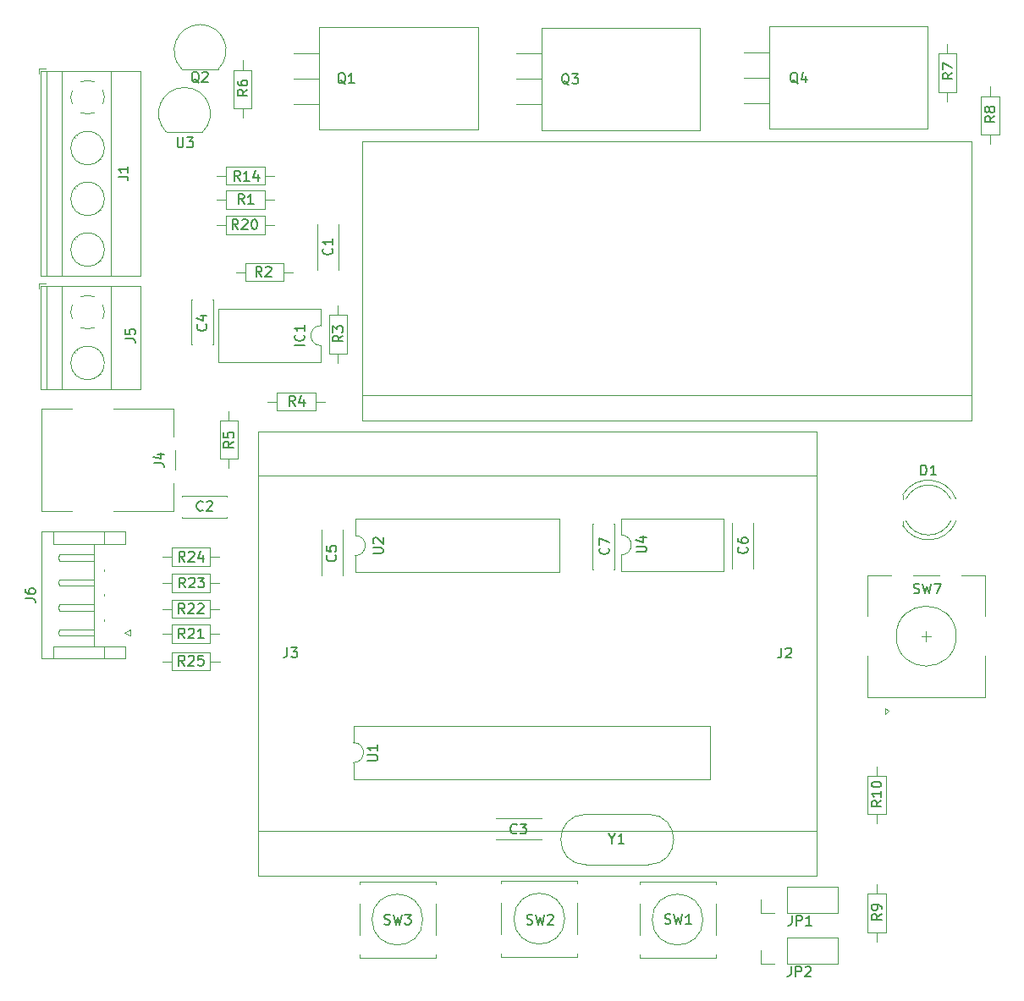
<source format=gbr>
G04 #@! TF.GenerationSoftware,KiCad,Pcbnew,(5.1.4-0-10_14)*
G04 #@! TF.CreationDate,2020-03-01T11:47:34+01:00*
G04 #@! TF.ProjectId,circuit,63697263-7569-4742-9e6b-696361645f70,rev?*
G04 #@! TF.SameCoordinates,Original*
G04 #@! TF.FileFunction,Legend,Top*
G04 #@! TF.FilePolarity,Positive*
%FSLAX46Y46*%
G04 Gerber Fmt 4.6, Leading zero omitted, Abs format (unit mm)*
G04 Created by KiCad (PCBNEW (5.1.4-0-10_14)) date 2020-03-01 11:47:34*
%MOMM*%
%LPD*%
G04 APERTURE LIST*
%ADD10C,0.120000*%
%ADD11C,0.150000*%
G04 APERTURE END LIST*
D10*
X108057000Y-71882500D02*
X108057000Y-72347500D01*
X108057000Y-69257500D02*
X108057000Y-69722500D01*
X112871479Y-71882929D02*
G75*
G02X108362316Y-71882500I-2254479J1080429D01*
G01*
X112871479Y-69722071D02*
G75*
G03X108362316Y-69722500I-2254479J-1080429D01*
G01*
X113404815Y-71883327D02*
G75*
G02X108057000Y-72347330I-2787815J1080827D01*
G01*
X113404815Y-69721673D02*
G75*
G03X108057000Y-69257670I-2787815J-1080827D01*
G01*
X114935000Y-61849000D02*
X53975000Y-61849000D01*
X114935000Y-59309000D02*
X114935000Y-61849000D01*
X53975000Y-59309000D02*
X114935000Y-59309000D01*
X53975000Y-61849000D02*
X53975000Y-59309000D01*
X43581900Y-107385400D02*
X43581900Y-62935400D01*
X99461900Y-107385400D02*
X43581900Y-107385400D01*
X99461900Y-62935400D02*
X99461900Y-107385400D01*
X43581900Y-62935400D02*
X99461900Y-62935400D01*
X44501000Y-59944000D02*
X45451000Y-59944000D01*
X50241000Y-59944000D02*
X49291000Y-59944000D01*
X45451000Y-60864000D02*
X49291000Y-60864000D01*
X45451000Y-59024000D02*
X45451000Y-60864000D01*
X49291000Y-59024000D02*
X45451000Y-59024000D01*
X49291000Y-60864000D02*
X49291000Y-59024000D01*
X113400000Y-83416000D02*
G75*
G03X113400000Y-83416000I-3000000J0D01*
G01*
X104500000Y-81416000D02*
X104500000Y-77316000D01*
X116300000Y-77316000D02*
X116300000Y-81416000D01*
X116300000Y-85416000D02*
X116300000Y-89516000D01*
X104500000Y-85416000D02*
X104500000Y-89516000D01*
X104500000Y-89516000D02*
X116300000Y-89516000D01*
X106600000Y-90916000D02*
X106300000Y-91216000D01*
X106300000Y-91216000D02*
X106300000Y-90616000D01*
X106300000Y-90616000D02*
X106600000Y-90916000D01*
X104500000Y-77316000D02*
X106900000Y-77316000D01*
X109100000Y-77316000D02*
X111700000Y-77316000D01*
X113900000Y-77316000D02*
X116300000Y-77316000D01*
X109900000Y-83416000D02*
X110900000Y-83416000D01*
X110400000Y-83916000D02*
X110400000Y-82916000D01*
X94668300Y-30083000D02*
X92128300Y-30083000D01*
X94668300Y-27543000D02*
X92128300Y-27543000D01*
X94668300Y-25003000D02*
X92128300Y-25003000D01*
X110558300Y-32663000D02*
X94668300Y-32663000D01*
X110558300Y-22423000D02*
X94668300Y-22423000D01*
X110558300Y-22423000D02*
X110558300Y-32663000D01*
X94668300Y-22423000D02*
X94668300Y-32663000D01*
X53104700Y-92419700D02*
X53104700Y-94069700D01*
X88784700Y-92419700D02*
X53104700Y-92419700D01*
X88784700Y-97719700D02*
X88784700Y-92419700D01*
X53104700Y-97719700D02*
X88784700Y-97719700D01*
X53104700Y-96069700D02*
X53104700Y-97719700D01*
X53104700Y-94069700D02*
G75*
G02X53104700Y-96069700I0J-1000000D01*
G01*
X43561000Y-67373500D02*
X99441000Y-67373500D01*
X99441000Y-67373500D02*
X99441000Y-102933500D01*
X99441000Y-102933500D02*
X43561000Y-102933500D01*
X43561000Y-102933500D02*
X43561000Y-67373500D01*
X79886500Y-71645000D02*
X79886500Y-73295000D01*
X90166500Y-71645000D02*
X79886500Y-71645000D01*
X90166500Y-76945000D02*
X90166500Y-71645000D01*
X79886500Y-76945000D02*
X90166500Y-76945000D01*
X79886500Y-75295000D02*
X79886500Y-76945000D01*
X79886500Y-73295000D02*
G75*
G02X79886500Y-75295000I0J-1000000D01*
G01*
X53975000Y-59309000D02*
X53975000Y-33909000D01*
X114935000Y-59309000D02*
X53975000Y-59309000D01*
X114935000Y-33909000D02*
X114935000Y-59309000D01*
X53975000Y-33909000D02*
X114935000Y-33909000D01*
X77050000Y-76715500D02*
X77035000Y-76715500D01*
X79175000Y-76715500D02*
X79160000Y-76715500D01*
X77050000Y-72175500D02*
X77035000Y-72175500D01*
X79175000Y-72175500D02*
X79160000Y-72175500D01*
X77035000Y-72175500D02*
X77035000Y-76715500D01*
X79175000Y-72175500D02*
X79175000Y-76715500D01*
X93066500Y-72128500D02*
X93081500Y-72128500D01*
X90941500Y-72128500D02*
X90956500Y-72128500D01*
X93066500Y-76668500D02*
X93081500Y-76668500D01*
X90941500Y-76668500D02*
X90956500Y-76668500D01*
X93081500Y-76668500D02*
X93081500Y-72128500D01*
X90941500Y-76668500D02*
X90941500Y-72128500D01*
X30802000Y-82758000D02*
X30202000Y-83058000D01*
X30802000Y-83358000D02*
X30802000Y-82758000D01*
X30202000Y-83058000D02*
X30802000Y-83358000D01*
X27112000Y-75238000D02*
X27112000Y-75558000D01*
X23692000Y-75238000D02*
X27112000Y-75238000D01*
X23612000Y-75558000D02*
X23692000Y-75238000D01*
X23692000Y-75878000D02*
X23612000Y-75558000D01*
X27112000Y-75878000D02*
X23692000Y-75878000D01*
X27112000Y-75558000D02*
X27112000Y-75878000D01*
X28112000Y-76888000D02*
X28112000Y-76728000D01*
X27112000Y-77738000D02*
X27112000Y-78058000D01*
X23692000Y-77738000D02*
X27112000Y-77738000D01*
X23612000Y-78058000D02*
X23692000Y-77738000D01*
X23692000Y-78378000D02*
X23612000Y-78058000D01*
X27112000Y-78378000D02*
X23692000Y-78378000D01*
X27112000Y-78058000D02*
X27112000Y-78378000D01*
X28112000Y-79388000D02*
X28112000Y-79228000D01*
X27112000Y-80238000D02*
X27112000Y-80558000D01*
X23692000Y-80238000D02*
X27112000Y-80238000D01*
X23612000Y-80558000D02*
X23692000Y-80238000D01*
X23692000Y-80878000D02*
X23612000Y-80558000D01*
X27112000Y-80878000D02*
X23692000Y-80878000D01*
X27112000Y-80558000D02*
X27112000Y-80878000D01*
X28112000Y-81888000D02*
X28112000Y-81728000D01*
X27112000Y-82738000D02*
X27112000Y-83058000D01*
X23692000Y-82738000D02*
X27112000Y-82738000D01*
X23612000Y-83058000D02*
X23692000Y-82738000D01*
X23692000Y-83378000D02*
X23612000Y-83058000D01*
X27112000Y-83378000D02*
X23692000Y-83378000D01*
X27112000Y-83058000D02*
X27112000Y-83378000D01*
X27112000Y-84448000D02*
X27112000Y-74168000D01*
X28112000Y-74168000D02*
X28112000Y-72948000D01*
X23112000Y-74168000D02*
X28112000Y-74168000D01*
X23112000Y-72948000D02*
X23112000Y-74168000D01*
X28112000Y-84448000D02*
X28112000Y-85668000D01*
X23112000Y-84448000D02*
X28112000Y-84448000D01*
X23112000Y-85668000D02*
X23112000Y-84448000D01*
X30312000Y-74168000D02*
X28112000Y-74168000D01*
X30312000Y-72948000D02*
X30312000Y-74168000D01*
X21892000Y-72948000D02*
X30312000Y-72948000D01*
X21892000Y-85668000D02*
X21892000Y-72948000D01*
X30312000Y-85668000D02*
X21892000Y-85668000D01*
X30312000Y-84448000D02*
X30312000Y-85668000D01*
X28112000Y-84448000D02*
X30312000Y-84448000D01*
X76365200Y-101244000D02*
G75*
G03X76365200Y-106294000I0J-2525000D01*
G01*
X82615200Y-101244000D02*
G75*
G02X82615200Y-106294000I0J-2525000D01*
G01*
X82615200Y-101244000D02*
X76365200Y-101244000D01*
X82615200Y-106294000D02*
X76365200Y-106294000D01*
X33960000Y-75501500D02*
X34910000Y-75501500D01*
X39700000Y-75501500D02*
X38750000Y-75501500D01*
X34910000Y-76421500D02*
X38750000Y-76421500D01*
X34910000Y-74581500D02*
X34910000Y-76421500D01*
X38750000Y-74581500D02*
X34910000Y-74581500D01*
X38750000Y-76421500D02*
X38750000Y-74581500D01*
X49654400Y-30154100D02*
X47114400Y-30154100D01*
X49654400Y-27614100D02*
X47114400Y-27614100D01*
X49654400Y-25074100D02*
X47114400Y-25074100D01*
X65544400Y-32734100D02*
X49654400Y-32734100D01*
X65544400Y-22494100D02*
X49654400Y-22494100D01*
X65544400Y-22494100D02*
X65544400Y-32734100D01*
X49654400Y-22494100D02*
X49654400Y-32734100D01*
X71894600Y-30210000D02*
X69354600Y-30210000D01*
X71894600Y-27670000D02*
X69354600Y-27670000D01*
X71894600Y-25130000D02*
X69354600Y-25130000D01*
X87784600Y-32790000D02*
X71894600Y-32790000D01*
X87784600Y-22550000D02*
X71894600Y-22550000D01*
X87784600Y-22550000D02*
X87784600Y-32790000D01*
X71894600Y-22550000D02*
X71894600Y-32790000D01*
X21600000Y-48160000D02*
X21600000Y-48660000D01*
X22340000Y-48160000D02*
X21600000Y-48160000D01*
X25477000Y-54853000D02*
X25431000Y-54806000D01*
X27775000Y-57150000D02*
X27739000Y-57115000D01*
X25261000Y-55046000D02*
X25226000Y-55011000D01*
X27569000Y-57355000D02*
X27523000Y-57308000D01*
X31761000Y-58680000D02*
X21840000Y-58680000D01*
X31761000Y-48400000D02*
X21840000Y-48400000D01*
X21840000Y-48400000D02*
X21840000Y-58680000D01*
X31761000Y-48400000D02*
X31761000Y-58680000D01*
X28801000Y-48400000D02*
X28801000Y-58680000D01*
X23900000Y-48400000D02*
X23900000Y-58680000D01*
X22400000Y-48400000D02*
X22400000Y-58680000D01*
X28180000Y-56080000D02*
G75*
G03X28180000Y-56080000I-1680000J0D01*
G01*
X24819747Y-51028805D02*
G75*
G02X24965000Y-50316000I1680253J28805D01*
G01*
X25816958Y-49464574D02*
G75*
G02X27184000Y-49465000I683042J-1535426D01*
G01*
X28035426Y-50316958D02*
G75*
G02X28035000Y-51684000I-1535426J-683042D01*
G01*
X27183042Y-52535426D02*
G75*
G02X25816000Y-52535000I-683042J1535426D01*
G01*
X24965244Y-51683318D02*
G75*
G02X24820000Y-51000000I1534756J683318D01*
G01*
X21600000Y-26660000D02*
X21600000Y-27160000D01*
X22340000Y-26660000D02*
X21600000Y-26660000D01*
X25477000Y-43513000D02*
X25431000Y-43466000D01*
X27775000Y-45810000D02*
X27739000Y-45775000D01*
X25261000Y-43706000D02*
X25226000Y-43671000D01*
X27569000Y-46015000D02*
X27523000Y-45968000D01*
X25477000Y-38433000D02*
X25431000Y-38386000D01*
X27775000Y-40730000D02*
X27739000Y-40695000D01*
X25261000Y-38626000D02*
X25226000Y-38591000D01*
X27569000Y-40935000D02*
X27523000Y-40888000D01*
X25477000Y-33353000D02*
X25431000Y-33306000D01*
X27775000Y-35650000D02*
X27739000Y-35615000D01*
X25261000Y-33546000D02*
X25226000Y-33511000D01*
X27569000Y-35855000D02*
X27523000Y-35808000D01*
X31761000Y-47340000D02*
X21840000Y-47340000D01*
X31761000Y-26900000D02*
X21840000Y-26900000D01*
X21840000Y-26900000D02*
X21840000Y-47340000D01*
X31761000Y-26900000D02*
X31761000Y-47340000D01*
X28801000Y-26900000D02*
X28801000Y-47340000D01*
X23900000Y-26900000D02*
X23900000Y-47340000D01*
X22400000Y-26900000D02*
X22400000Y-47340000D01*
X28180000Y-44740000D02*
G75*
G03X28180000Y-44740000I-1680000J0D01*
G01*
X28180000Y-39660000D02*
G75*
G03X28180000Y-39660000I-1680000J0D01*
G01*
X28180000Y-34580000D02*
G75*
G03X28180000Y-34580000I-1680000J0D01*
G01*
X24819747Y-29528805D02*
G75*
G02X24965000Y-28816000I1680253J28805D01*
G01*
X25816958Y-27964574D02*
G75*
G02X27184000Y-27965000I683042J-1535426D01*
G01*
X28035426Y-28816958D02*
G75*
G02X28035000Y-30184000I-1535426J-683042D01*
G01*
X27183042Y-31035426D02*
G75*
G02X25816000Y-31035000I-683042J1535426D01*
G01*
X24965244Y-30183318D02*
G75*
G02X24820000Y-29500000I1534756J683318D01*
G01*
X105474000Y-113995000D02*
X105474000Y-113045000D01*
X105474000Y-108255000D02*
X105474000Y-109205000D01*
X106394000Y-113045000D02*
X106394000Y-109205000D01*
X104554000Y-113045000D02*
X106394000Y-113045000D01*
X104554000Y-109205000D02*
X104554000Y-113045000D01*
X106394000Y-109205000D02*
X104554000Y-109205000D01*
X93856500Y-116202000D02*
X93856500Y-114872000D01*
X95186500Y-116202000D02*
X93856500Y-116202000D01*
X96456500Y-116202000D02*
X96456500Y-113542000D01*
X96456500Y-113542000D02*
X101596500Y-113542000D01*
X96456500Y-116202000D02*
X101596500Y-116202000D01*
X101596500Y-116202000D02*
X101596500Y-113542000D01*
X93856500Y-111122000D02*
X93856500Y-109792000D01*
X95186500Y-111122000D02*
X93856500Y-111122000D01*
X96456500Y-111122000D02*
X96456500Y-108462000D01*
X96456500Y-108462000D02*
X101596500Y-108462000D01*
X96456500Y-111122000D02*
X101596500Y-111122000D01*
X101596500Y-111122000D02*
X101596500Y-108462000D01*
X49935500Y-77350500D02*
X49920500Y-77350500D01*
X52060500Y-77350500D02*
X52045500Y-77350500D01*
X49935500Y-72810500D02*
X49920500Y-72810500D01*
X52060500Y-72810500D02*
X52045500Y-72810500D01*
X49920500Y-72810500D02*
X49920500Y-77350500D01*
X52060500Y-72810500D02*
X52060500Y-77350500D01*
X39028000Y-49713000D02*
X39043000Y-49713000D01*
X36903000Y-49713000D02*
X36918000Y-49713000D01*
X39028000Y-54253000D02*
X39043000Y-54253000D01*
X36903000Y-54253000D02*
X36918000Y-54253000D01*
X39043000Y-54253000D02*
X39043000Y-49713000D01*
X36903000Y-54253000D02*
X36903000Y-49713000D01*
X71904700Y-103745000D02*
X71904700Y-103760000D01*
X71904700Y-101620000D02*
X71904700Y-101635000D01*
X67364700Y-103745000D02*
X67364700Y-103760000D01*
X67364700Y-101620000D02*
X67364700Y-101635000D01*
X67364700Y-103760000D02*
X71904700Y-103760000D01*
X67364700Y-101620000D02*
X71904700Y-101620000D01*
X39598678Y-26658578D02*
G75*
G03X37760200Y-22220100I-1838478J1838478D01*
G01*
X35921722Y-26658578D02*
G75*
G02X37760200Y-22220100I1838478J1838478D01*
G01*
X35960200Y-26670100D02*
X39560200Y-26670100D01*
X38033478Y-32953478D02*
G75*
G03X36195000Y-28515000I-1838478J1838478D01*
G01*
X34356522Y-32953478D02*
G75*
G02X36195000Y-28515000I1838478J1838478D01*
G01*
X34395000Y-32965000D02*
X37995000Y-32965000D01*
X60033400Y-111774000D02*
G75*
G03X60033400Y-111774000I-2540000J0D01*
G01*
X53683400Y-115284000D02*
X53683400Y-115584000D01*
X61303400Y-115284000D02*
X61303400Y-115584000D01*
X53683400Y-110204000D02*
X53683400Y-113344000D01*
X61303400Y-110204000D02*
X61303400Y-113344000D01*
X53683400Y-107964000D02*
X53683400Y-108264000D01*
X61303400Y-115584000D02*
X53683400Y-115584000D01*
X61303400Y-107964000D02*
X61303400Y-108264000D01*
X53683400Y-107964000D02*
X61303400Y-107964000D01*
X74232000Y-111685000D02*
G75*
G03X74232000Y-111685000I-2540000J0D01*
G01*
X67882000Y-115195000D02*
X67882000Y-115495000D01*
X75502000Y-115195000D02*
X75502000Y-115495000D01*
X67882000Y-110115000D02*
X67882000Y-113255000D01*
X75502000Y-110115000D02*
X75502000Y-113255000D01*
X67882000Y-107875000D02*
X67882000Y-108175000D01*
X75502000Y-115495000D02*
X67882000Y-115495000D01*
X75502000Y-107875000D02*
X75502000Y-108175000D01*
X67882000Y-107875000D02*
X75502000Y-107875000D01*
X88062300Y-111774000D02*
G75*
G03X88062300Y-111774000I-2540000J0D01*
G01*
X81712300Y-115284000D02*
X81712300Y-115584000D01*
X89332300Y-115284000D02*
X89332300Y-115584000D01*
X81712300Y-110204000D02*
X81712300Y-113344000D01*
X89332300Y-110204000D02*
X89332300Y-113344000D01*
X81712300Y-107964000D02*
X81712300Y-108264000D01*
X89332300Y-115584000D02*
X81712300Y-115584000D01*
X89332300Y-107964000D02*
X89332300Y-108264000D01*
X81712300Y-107964000D02*
X89332300Y-107964000D01*
X33986000Y-85937600D02*
X34936000Y-85937600D01*
X39726000Y-85937600D02*
X38776000Y-85937600D01*
X34936000Y-86857600D02*
X38776000Y-86857600D01*
X34936000Y-85017600D02*
X34936000Y-86857600D01*
X38776000Y-85017600D02*
X34936000Y-85017600D01*
X38776000Y-86857600D02*
X38776000Y-85017600D01*
X33960600Y-78109300D02*
X34910600Y-78109300D01*
X39700600Y-78109300D02*
X38750600Y-78109300D01*
X34910600Y-79029300D02*
X38750600Y-79029300D01*
X34910600Y-77189300D02*
X34910600Y-79029300D01*
X38750600Y-77189300D02*
X34910600Y-77189300D01*
X38750600Y-79029300D02*
X38750600Y-77189300D01*
X33960600Y-80695000D02*
X34910600Y-80695000D01*
X39700600Y-80695000D02*
X38750600Y-80695000D01*
X34910600Y-81615000D02*
X38750600Y-81615000D01*
X34910600Y-79775000D02*
X34910600Y-81615000D01*
X38750600Y-79775000D02*
X34910600Y-79775000D01*
X38750600Y-81615000D02*
X38750600Y-79775000D01*
X33960600Y-83174100D02*
X34910600Y-83174100D01*
X39700600Y-83174100D02*
X38750600Y-83174100D01*
X34910600Y-84094100D02*
X38750600Y-84094100D01*
X34910600Y-82254100D02*
X34910600Y-84094100D01*
X38750600Y-82254100D02*
X34910600Y-82254100D01*
X38750600Y-84094100D02*
X38750600Y-82254100D01*
X45161000Y-42291000D02*
X44211000Y-42291000D01*
X39421000Y-42291000D02*
X40371000Y-42291000D01*
X44211000Y-41371000D02*
X40371000Y-41371000D01*
X44211000Y-43211000D02*
X44211000Y-41371000D01*
X40371000Y-43211000D02*
X44211000Y-43211000D01*
X40371000Y-41371000D02*
X40371000Y-43211000D01*
X39421000Y-37338000D02*
X40371000Y-37338000D01*
X45161000Y-37338000D02*
X44211000Y-37338000D01*
X40371000Y-38258000D02*
X44211000Y-38258000D01*
X40371000Y-36418000D02*
X40371000Y-38258000D01*
X44211000Y-36418000D02*
X40371000Y-36418000D01*
X44211000Y-38258000D02*
X44211000Y-36418000D01*
X41326000Y-46990000D02*
X42276000Y-46990000D01*
X47066000Y-46990000D02*
X46116000Y-46990000D01*
X42276000Y-47910000D02*
X46116000Y-47910000D01*
X42276000Y-46070000D02*
X42276000Y-47910000D01*
X46116000Y-46070000D02*
X42276000Y-46070000D01*
X46116000Y-47910000D02*
X46116000Y-46070000D01*
X39421000Y-39751000D02*
X40371000Y-39751000D01*
X45161000Y-39751000D02*
X44211000Y-39751000D01*
X40371000Y-40671000D02*
X44211000Y-40671000D01*
X40371000Y-38831000D02*
X40371000Y-40671000D01*
X44211000Y-38831000D02*
X40371000Y-38831000D01*
X44211000Y-40671000D02*
X44211000Y-38831000D01*
X35300000Y-64786000D02*
X35300000Y-66786000D01*
X21890000Y-60676000D02*
X24950000Y-60676000D01*
X21890000Y-70896000D02*
X21890000Y-60676000D01*
X24950000Y-70896000D02*
X21890000Y-70896000D01*
X35110000Y-70896000D02*
X29050000Y-70896000D01*
X35110000Y-68086000D02*
X35110000Y-70896000D01*
X35110000Y-60676000D02*
X35110000Y-63486000D01*
X29050000Y-60676000D02*
X35110000Y-60676000D01*
X49844000Y-55990000D02*
X49844000Y-54340000D01*
X39564000Y-55990000D02*
X49844000Y-55990000D01*
X39564000Y-50690000D02*
X39564000Y-55990000D01*
X49844000Y-50690000D02*
X39564000Y-50690000D01*
X49844000Y-52340000D02*
X49844000Y-50690000D01*
X49844000Y-54340000D02*
G75*
G02X49844000Y-52340000I0J1000000D01*
G01*
X40457000Y-71540000D02*
X40457000Y-71555000D01*
X40457000Y-69415000D02*
X40457000Y-69430000D01*
X35917000Y-71540000D02*
X35917000Y-71555000D01*
X35917000Y-69415000D02*
X35917000Y-69430000D01*
X35917000Y-71555000D02*
X40457000Y-71555000D01*
X35917000Y-69415000D02*
X40457000Y-69415000D01*
X51601000Y-42220000D02*
X51616000Y-42220000D01*
X49476000Y-42220000D02*
X49491000Y-42220000D01*
X51601000Y-46760000D02*
X51616000Y-46760000D01*
X49476000Y-46760000D02*
X49491000Y-46760000D01*
X51616000Y-46760000D02*
X51616000Y-42220000D01*
X49476000Y-46760000D02*
X49476000Y-42220000D01*
X53280000Y-71708500D02*
X53280000Y-73358500D01*
X73720000Y-71708500D02*
X53280000Y-71708500D01*
X73720000Y-77008500D02*
X73720000Y-71708500D01*
X53280000Y-77008500D02*
X73720000Y-77008500D01*
X53280000Y-75358500D02*
X53280000Y-77008500D01*
X53280000Y-73358500D02*
G75*
G02X53280000Y-75358500I0J-1000000D01*
G01*
X105474000Y-102184000D02*
X105474000Y-101234000D01*
X105474000Y-96444000D02*
X105474000Y-97394000D01*
X106394000Y-101234000D02*
X106394000Y-97394000D01*
X104554000Y-101234000D02*
X106394000Y-101234000D01*
X104554000Y-97394000D02*
X104554000Y-101234000D01*
X106394000Y-97394000D02*
X104554000Y-97394000D01*
X116776000Y-28435500D02*
X116776000Y-29385500D01*
X116776000Y-34175500D02*
X116776000Y-33225500D01*
X115856000Y-29385500D02*
X115856000Y-33225500D01*
X117696000Y-29385500D02*
X115856000Y-29385500D01*
X117696000Y-33225500D02*
X117696000Y-29385500D01*
X115856000Y-33225500D02*
X117696000Y-33225500D01*
X112522000Y-29921000D02*
X112522000Y-28971000D01*
X112522000Y-24181000D02*
X112522000Y-25131000D01*
X113442000Y-28971000D02*
X113442000Y-25131000D01*
X111602000Y-28971000D02*
X113442000Y-28971000D01*
X111602000Y-25131000D02*
X111602000Y-28971000D01*
X113442000Y-25131000D02*
X111602000Y-25131000D01*
X42007100Y-25810900D02*
X42007100Y-26760900D01*
X42007100Y-31550900D02*
X42007100Y-30600900D01*
X41087100Y-26760900D02*
X41087100Y-30600900D01*
X42927100Y-26760900D02*
X41087100Y-26760900D01*
X42927100Y-30600900D02*
X42927100Y-26760900D01*
X41087100Y-30600900D02*
X42927100Y-30600900D01*
X40640000Y-60884000D02*
X40640000Y-61834000D01*
X40640000Y-66624000D02*
X40640000Y-65674000D01*
X39720000Y-61834000D02*
X39720000Y-65674000D01*
X41560000Y-61834000D02*
X39720000Y-61834000D01*
X41560000Y-65674000D02*
X41560000Y-61834000D01*
X39720000Y-65674000D02*
X41560000Y-65674000D01*
X51562000Y-56083000D02*
X51562000Y-55133000D01*
X51562000Y-50343000D02*
X51562000Y-51293000D01*
X52482000Y-55133000D02*
X52482000Y-51293000D01*
X50642000Y-55133000D02*
X52482000Y-55133000D01*
X50642000Y-51293000D02*
X50642000Y-55133000D01*
X52482000Y-51293000D02*
X50642000Y-51293000D01*
D11*
X109878904Y-67294880D02*
X109878904Y-66294880D01*
X110117000Y-66294880D01*
X110259857Y-66342500D01*
X110355095Y-66437738D01*
X110402714Y-66532976D01*
X110450333Y-66723452D01*
X110450333Y-66866309D01*
X110402714Y-67056785D01*
X110355095Y-67152023D01*
X110259857Y-67247261D01*
X110117000Y-67294880D01*
X109878904Y-67294880D01*
X111402714Y-67294880D02*
X110831285Y-67294880D01*
X111117000Y-67294880D02*
X111117000Y-66294880D01*
X111021761Y-66437738D01*
X110926523Y-66532976D01*
X110831285Y-66580595D01*
X95917426Y-84590640D02*
X95917426Y-85304926D01*
X95869807Y-85447783D01*
X95774569Y-85543021D01*
X95631712Y-85590640D01*
X95536474Y-85590640D01*
X96345998Y-84685879D02*
X96393617Y-84638260D01*
X96488855Y-84590640D01*
X96726950Y-84590640D01*
X96822188Y-84638260D01*
X96869807Y-84685879D01*
X96917426Y-84781117D01*
X96917426Y-84876355D01*
X96869807Y-85019212D01*
X96298379Y-85590640D01*
X96917426Y-85590640D01*
X47265293Y-60365900D02*
X46931960Y-59889710D01*
X46693864Y-60365900D02*
X46693864Y-59365900D01*
X47074817Y-59365900D01*
X47170055Y-59413520D01*
X47217674Y-59461139D01*
X47265293Y-59556377D01*
X47265293Y-59699234D01*
X47217674Y-59794472D01*
X47170055Y-59842091D01*
X47074817Y-59889710D01*
X46693864Y-59889710D01*
X48122436Y-59699234D02*
X48122436Y-60365900D01*
X47884340Y-59318281D02*
X47646245Y-60032567D01*
X48265293Y-60032567D01*
X109151586Y-79099041D02*
X109294443Y-79146660D01*
X109532539Y-79146660D01*
X109627777Y-79099041D01*
X109675396Y-79051422D01*
X109723015Y-78956184D01*
X109723015Y-78860946D01*
X109675396Y-78765708D01*
X109627777Y-78718089D01*
X109532539Y-78670470D01*
X109342062Y-78622851D01*
X109246824Y-78575232D01*
X109199205Y-78527613D01*
X109151586Y-78432375D01*
X109151586Y-78337137D01*
X109199205Y-78241899D01*
X109246824Y-78194280D01*
X109342062Y-78146660D01*
X109580158Y-78146660D01*
X109723015Y-78194280D01*
X110056348Y-78146660D02*
X110294443Y-79146660D01*
X110484920Y-78432375D01*
X110675396Y-79146660D01*
X110913491Y-78146660D01*
X111199205Y-78146660D02*
X111865872Y-78146660D01*
X111437300Y-79146660D01*
X97552521Y-28114239D02*
X97457283Y-28066620D01*
X97362045Y-27971381D01*
X97219188Y-27828524D01*
X97123950Y-27780905D01*
X97028712Y-27780905D01*
X97076331Y-28019000D02*
X96981093Y-27971381D01*
X96885855Y-27876143D01*
X96838236Y-27685667D01*
X96838236Y-27352334D01*
X96885855Y-27161858D01*
X96981093Y-27066620D01*
X97076331Y-27019000D01*
X97266807Y-27019000D01*
X97362045Y-27066620D01*
X97457283Y-27161858D01*
X97504902Y-27352334D01*
X97504902Y-27685667D01*
X97457283Y-27876143D01*
X97362045Y-27971381D01*
X97266807Y-28019000D01*
X97076331Y-28019000D01*
X98362045Y-27352334D02*
X98362045Y-28019000D01*
X98123950Y-26971381D02*
X97885855Y-27685667D01*
X98504902Y-27685667D01*
X54517040Y-95879824D02*
X55326564Y-95879824D01*
X55421802Y-95832205D01*
X55469421Y-95784586D01*
X55517040Y-95689348D01*
X55517040Y-95498872D01*
X55469421Y-95403634D01*
X55421802Y-95356015D01*
X55326564Y-95308396D01*
X54517040Y-95308396D01*
X55517040Y-94308396D02*
X55517040Y-94879824D01*
X55517040Y-94594110D02*
X54517040Y-94594110D01*
X54659898Y-94689348D01*
X54755136Y-94784586D01*
X54802755Y-94879824D01*
X46481406Y-84539840D02*
X46481406Y-85254126D01*
X46433787Y-85396983D01*
X46338549Y-85492221D01*
X46195692Y-85539840D01*
X46100454Y-85539840D01*
X46862359Y-84539840D02*
X47481406Y-84539840D01*
X47148073Y-84920793D01*
X47290930Y-84920793D01*
X47386168Y-84968412D01*
X47433787Y-85016031D01*
X47481406Y-85111269D01*
X47481406Y-85349364D01*
X47433787Y-85444602D01*
X47386168Y-85492221D01*
X47290930Y-85539840D01*
X47005216Y-85539840D01*
X46909978Y-85492221D01*
X46862359Y-85444602D01*
X81402940Y-75011184D02*
X82212464Y-75011184D01*
X82307702Y-74963565D01*
X82355321Y-74915946D01*
X82402940Y-74820708D01*
X82402940Y-74630232D01*
X82355321Y-74534994D01*
X82307702Y-74487375D01*
X82212464Y-74439756D01*
X81402940Y-74439756D01*
X81736274Y-73534994D02*
X82402940Y-73534994D01*
X81355321Y-73773089D02*
X82069607Y-74011184D01*
X82069607Y-73392137D01*
X78601842Y-74608986D02*
X78649461Y-74656605D01*
X78697080Y-74799462D01*
X78697080Y-74894700D01*
X78649461Y-75037558D01*
X78554223Y-75132796D01*
X78458985Y-75180415D01*
X78268509Y-75228034D01*
X78125652Y-75228034D01*
X77935176Y-75180415D01*
X77839938Y-75132796D01*
X77744700Y-75037558D01*
X77697080Y-74894700D01*
X77697080Y-74799462D01*
X77744700Y-74656605D01*
X77792319Y-74608986D01*
X77697080Y-74275653D02*
X77697080Y-73608986D01*
X78697080Y-74037558D01*
X92447382Y-74507386D02*
X92495001Y-74555005D01*
X92542620Y-74697862D01*
X92542620Y-74793100D01*
X92495001Y-74935958D01*
X92399763Y-75031196D01*
X92304525Y-75078815D01*
X92114049Y-75126434D01*
X91971192Y-75126434D01*
X91780716Y-75078815D01*
X91685478Y-75031196D01*
X91590240Y-74935958D01*
X91542620Y-74793100D01*
X91542620Y-74697862D01*
X91590240Y-74555005D01*
X91637859Y-74507386D01*
X91542620Y-73650243D02*
X91542620Y-73840720D01*
X91590240Y-73935958D01*
X91637859Y-73983577D01*
X91780716Y-74078815D01*
X91971192Y-74126434D01*
X92352144Y-74126434D01*
X92447382Y-74078815D01*
X92495001Y-74031196D01*
X92542620Y-73935958D01*
X92542620Y-73745481D01*
X92495001Y-73650243D01*
X92447382Y-73602624D01*
X92352144Y-73555005D01*
X92114049Y-73555005D01*
X92018811Y-73602624D01*
X91971192Y-73650243D01*
X91923573Y-73745481D01*
X91923573Y-73935958D01*
X91971192Y-74031196D01*
X92018811Y-74078815D01*
X92114049Y-74126434D01*
X20254380Y-79641333D02*
X20968666Y-79641333D01*
X21111523Y-79688952D01*
X21206761Y-79784190D01*
X21254380Y-79927047D01*
X21254380Y-80022285D01*
X20254380Y-78736571D02*
X20254380Y-78927047D01*
X20302000Y-79022285D01*
X20349619Y-79069904D01*
X20492476Y-79165142D01*
X20682952Y-79212761D01*
X21063904Y-79212761D01*
X21159142Y-79165142D01*
X21206761Y-79117523D01*
X21254380Y-79022285D01*
X21254380Y-78831809D01*
X21206761Y-78736571D01*
X21159142Y-78688952D01*
X21063904Y-78641333D01*
X20825809Y-78641333D01*
X20730571Y-78688952D01*
X20682952Y-78736571D01*
X20635333Y-78831809D01*
X20635333Y-79022285D01*
X20682952Y-79117523D01*
X20730571Y-79165142D01*
X20825809Y-79212761D01*
X78969929Y-103679310D02*
X78969929Y-104155500D01*
X78636596Y-103155500D02*
X78969929Y-103679310D01*
X79303262Y-103155500D01*
X80160405Y-104155500D02*
X79588977Y-104155500D01*
X79874691Y-104155500D02*
X79874691Y-103155500D01*
X79779453Y-103298358D01*
X79684215Y-103393596D01*
X79588977Y-103441215D01*
X36225242Y-75956420D02*
X35891909Y-75480230D01*
X35653814Y-75956420D02*
X35653814Y-74956420D01*
X36034766Y-74956420D01*
X36130004Y-75004040D01*
X36177623Y-75051659D01*
X36225242Y-75146897D01*
X36225242Y-75289754D01*
X36177623Y-75384992D01*
X36130004Y-75432611D01*
X36034766Y-75480230D01*
X35653814Y-75480230D01*
X36606195Y-75051659D02*
X36653814Y-75004040D01*
X36749052Y-74956420D01*
X36987147Y-74956420D01*
X37082385Y-75004040D01*
X37130004Y-75051659D01*
X37177623Y-75146897D01*
X37177623Y-75242135D01*
X37130004Y-75384992D01*
X36558576Y-75956420D01*
X37177623Y-75956420D01*
X38034766Y-75289754D02*
X38034766Y-75956420D01*
X37796671Y-74908801D02*
X37558576Y-75623087D01*
X38177623Y-75623087D01*
X52289721Y-28180279D02*
X52194483Y-28132660D01*
X52099245Y-28037421D01*
X51956388Y-27894564D01*
X51861150Y-27846945D01*
X51765912Y-27846945D01*
X51813531Y-28085040D02*
X51718293Y-28037421D01*
X51623055Y-27942183D01*
X51575436Y-27751707D01*
X51575436Y-27418374D01*
X51623055Y-27227898D01*
X51718293Y-27132660D01*
X51813531Y-27085040D01*
X52004007Y-27085040D01*
X52099245Y-27132660D01*
X52194483Y-27227898D01*
X52242102Y-27418374D01*
X52242102Y-27751707D01*
X52194483Y-27942183D01*
X52099245Y-28037421D01*
X52004007Y-28085040D01*
X51813531Y-28085040D01*
X53194483Y-28085040D02*
X52623055Y-28085040D01*
X52908769Y-28085040D02*
X52908769Y-27085040D01*
X52813531Y-27227898D01*
X52718293Y-27323136D01*
X52623055Y-27370755D01*
X74677281Y-28246319D02*
X74582043Y-28198700D01*
X74486805Y-28103461D01*
X74343948Y-27960604D01*
X74248710Y-27912985D01*
X74153472Y-27912985D01*
X74201091Y-28151080D02*
X74105853Y-28103461D01*
X74010615Y-28008223D01*
X73962996Y-27817747D01*
X73962996Y-27484414D01*
X74010615Y-27293938D01*
X74105853Y-27198700D01*
X74201091Y-27151080D01*
X74391567Y-27151080D01*
X74486805Y-27198700D01*
X74582043Y-27293938D01*
X74629662Y-27484414D01*
X74629662Y-27817747D01*
X74582043Y-28008223D01*
X74486805Y-28103461D01*
X74391567Y-28151080D01*
X74201091Y-28151080D01*
X74962996Y-27151080D02*
X75582043Y-27151080D01*
X75248710Y-27532033D01*
X75391567Y-27532033D01*
X75486805Y-27579652D01*
X75534424Y-27627271D01*
X75582043Y-27722509D01*
X75582043Y-27960604D01*
X75534424Y-28055842D01*
X75486805Y-28103461D01*
X75391567Y-28151080D01*
X75105853Y-28151080D01*
X75010615Y-28103461D01*
X74962996Y-28055842D01*
X30280360Y-53673333D02*
X30994646Y-53673333D01*
X31137503Y-53720952D01*
X31232741Y-53816190D01*
X31280360Y-53959047D01*
X31280360Y-54054285D01*
X30280360Y-52720952D02*
X30280360Y-53197142D01*
X30756551Y-53244761D01*
X30708932Y-53197142D01*
X30661313Y-53101904D01*
X30661313Y-52863809D01*
X30708932Y-52768571D01*
X30756551Y-52720952D01*
X30851789Y-52673333D01*
X31089884Y-52673333D01*
X31185122Y-52720952D01*
X31232741Y-52768571D01*
X31280360Y-52863809D01*
X31280360Y-53101904D01*
X31232741Y-53197142D01*
X31185122Y-53244761D01*
X29564080Y-37432573D02*
X30278366Y-37432573D01*
X30421223Y-37480192D01*
X30516461Y-37575430D01*
X30564080Y-37718287D01*
X30564080Y-37813525D01*
X30564080Y-36432573D02*
X30564080Y-37004001D01*
X30564080Y-36718287D02*
X29564080Y-36718287D01*
X29706938Y-36813525D01*
X29802176Y-36908763D01*
X29849795Y-37004001D01*
X105925880Y-111212926D02*
X105449690Y-111546260D01*
X105925880Y-111784355D02*
X104925880Y-111784355D01*
X104925880Y-111403402D01*
X104973500Y-111308164D01*
X105021119Y-111260545D01*
X105116357Y-111212926D01*
X105259214Y-111212926D01*
X105354452Y-111260545D01*
X105402071Y-111308164D01*
X105449690Y-111403402D01*
X105449690Y-111784355D01*
X105925880Y-110736736D02*
X105925880Y-110546260D01*
X105878261Y-110451021D01*
X105830642Y-110403402D01*
X105687785Y-110308164D01*
X105497309Y-110260545D01*
X105116357Y-110260545D01*
X105021119Y-110308164D01*
X104973500Y-110355783D01*
X104925880Y-110451021D01*
X104925880Y-110641498D01*
X104973500Y-110736736D01*
X105021119Y-110784355D01*
X105116357Y-110831974D01*
X105354452Y-110831974D01*
X105449690Y-110784355D01*
X105497309Y-110736736D01*
X105544928Y-110641498D01*
X105544928Y-110451021D01*
X105497309Y-110355783D01*
X105449690Y-110308164D01*
X105354452Y-110260545D01*
X96883006Y-116467640D02*
X96883006Y-117181926D01*
X96835387Y-117324783D01*
X96740149Y-117420021D01*
X96597292Y-117467640D01*
X96502054Y-117467640D01*
X97359197Y-117467640D02*
X97359197Y-116467640D01*
X97740149Y-116467640D01*
X97835387Y-116515260D01*
X97883006Y-116562879D01*
X97930625Y-116658117D01*
X97930625Y-116800974D01*
X97883006Y-116896212D01*
X97835387Y-116943831D01*
X97740149Y-116991450D01*
X97359197Y-116991450D01*
X98311578Y-116562879D02*
X98359197Y-116515260D01*
X98454435Y-116467640D01*
X98692530Y-116467640D01*
X98787768Y-116515260D01*
X98835387Y-116562879D01*
X98883006Y-116658117D01*
X98883006Y-116753355D01*
X98835387Y-116896212D01*
X98263959Y-117467640D01*
X98883006Y-117467640D01*
X96949046Y-111362240D02*
X96949046Y-112076526D01*
X96901427Y-112219383D01*
X96806189Y-112314621D01*
X96663332Y-112362240D01*
X96568094Y-112362240D01*
X97425237Y-112362240D02*
X97425237Y-111362240D01*
X97806189Y-111362240D01*
X97901427Y-111409860D01*
X97949046Y-111457479D01*
X97996665Y-111552717D01*
X97996665Y-111695574D01*
X97949046Y-111790812D01*
X97901427Y-111838431D01*
X97806189Y-111886050D01*
X97425237Y-111886050D01*
X98949046Y-112362240D02*
X98377618Y-112362240D01*
X98663332Y-112362240D02*
X98663332Y-111362240D01*
X98568094Y-111505098D01*
X98472856Y-111600336D01*
X98377618Y-111647955D01*
X51294302Y-75310026D02*
X51341921Y-75357645D01*
X51389540Y-75500502D01*
X51389540Y-75595740D01*
X51341921Y-75738598D01*
X51246683Y-75833836D01*
X51151445Y-75881455D01*
X50960969Y-75929074D01*
X50818112Y-75929074D01*
X50627636Y-75881455D01*
X50532398Y-75833836D01*
X50437160Y-75738598D01*
X50389540Y-75595740D01*
X50389540Y-75500502D01*
X50437160Y-75357645D01*
X50484779Y-75310026D01*
X50389540Y-74405264D02*
X50389540Y-74881455D01*
X50865731Y-74929074D01*
X50818112Y-74881455D01*
X50770493Y-74786217D01*
X50770493Y-74548121D01*
X50818112Y-74452883D01*
X50865731Y-74405264D01*
X50960969Y-74357645D01*
X51199064Y-74357645D01*
X51294302Y-74405264D01*
X51341921Y-74452883D01*
X51389540Y-74548121D01*
X51389540Y-74786217D01*
X51341921Y-74881455D01*
X51294302Y-74929074D01*
X38335222Y-52223966D02*
X38382841Y-52271585D01*
X38430460Y-52414442D01*
X38430460Y-52509680D01*
X38382841Y-52652538D01*
X38287603Y-52747776D01*
X38192365Y-52795395D01*
X38001889Y-52843014D01*
X37859032Y-52843014D01*
X37668556Y-52795395D01*
X37573318Y-52747776D01*
X37478080Y-52652538D01*
X37430460Y-52509680D01*
X37430460Y-52414442D01*
X37478080Y-52271585D01*
X37525699Y-52223966D01*
X37763794Y-51366823D02*
X38430460Y-51366823D01*
X37382841Y-51604919D02*
X38097127Y-51843014D01*
X38097127Y-51223966D01*
X69434413Y-103095062D02*
X69386794Y-103142681D01*
X69243937Y-103190300D01*
X69148699Y-103190300D01*
X69005841Y-103142681D01*
X68910603Y-103047443D01*
X68862984Y-102952205D01*
X68815365Y-102761729D01*
X68815365Y-102618872D01*
X68862984Y-102428396D01*
X68910603Y-102333158D01*
X69005841Y-102237920D01*
X69148699Y-102190300D01*
X69243937Y-102190300D01*
X69386794Y-102237920D01*
X69434413Y-102285539D01*
X69767746Y-102190300D02*
X70386794Y-102190300D01*
X70053460Y-102571253D01*
X70196318Y-102571253D01*
X70291556Y-102618872D01*
X70339175Y-102666491D01*
X70386794Y-102761729D01*
X70386794Y-102999824D01*
X70339175Y-103095062D01*
X70291556Y-103142681D01*
X70196318Y-103190300D01*
X69910603Y-103190300D01*
X69815365Y-103142681D01*
X69767746Y-103095062D01*
X37641541Y-28050739D02*
X37546303Y-28003120D01*
X37451065Y-27907881D01*
X37308208Y-27765024D01*
X37212970Y-27717405D01*
X37117732Y-27717405D01*
X37165351Y-27955500D02*
X37070113Y-27907881D01*
X36974875Y-27812643D01*
X36927256Y-27622167D01*
X36927256Y-27288834D01*
X36974875Y-27098358D01*
X37070113Y-27003120D01*
X37165351Y-26955500D01*
X37355827Y-26955500D01*
X37451065Y-27003120D01*
X37546303Y-27098358D01*
X37593922Y-27288834D01*
X37593922Y-27622167D01*
X37546303Y-27812643D01*
X37451065Y-27907881D01*
X37355827Y-27955500D01*
X37165351Y-27955500D01*
X37974875Y-27050739D02*
X38022494Y-27003120D01*
X38117732Y-26955500D01*
X38355827Y-26955500D01*
X38451065Y-27003120D01*
X38498684Y-27050739D01*
X38546303Y-27145977D01*
X38546303Y-27241215D01*
X38498684Y-27384072D01*
X37927256Y-27955500D01*
X38546303Y-27955500D01*
X35483895Y-33518860D02*
X35483895Y-34328384D01*
X35531514Y-34423622D01*
X35579133Y-34471241D01*
X35674371Y-34518860D01*
X35864847Y-34518860D01*
X35960085Y-34471241D01*
X36007704Y-34423622D01*
X36055323Y-34328384D01*
X36055323Y-33518860D01*
X36436276Y-33518860D02*
X37055323Y-33518860D01*
X36721990Y-33899813D01*
X36864847Y-33899813D01*
X36960085Y-33947432D01*
X37007704Y-33995051D01*
X37055323Y-34090289D01*
X37055323Y-34328384D01*
X37007704Y-34423622D01*
X36960085Y-34471241D01*
X36864847Y-34518860D01*
X36579133Y-34518860D01*
X36483895Y-34471241D01*
X36436276Y-34423622D01*
X56187506Y-112228261D02*
X56330363Y-112275880D01*
X56568459Y-112275880D01*
X56663697Y-112228261D01*
X56711316Y-112180642D01*
X56758935Y-112085404D01*
X56758935Y-111990166D01*
X56711316Y-111894928D01*
X56663697Y-111847309D01*
X56568459Y-111799690D01*
X56377982Y-111752071D01*
X56282744Y-111704452D01*
X56235125Y-111656833D01*
X56187506Y-111561595D01*
X56187506Y-111466357D01*
X56235125Y-111371119D01*
X56282744Y-111323500D01*
X56377982Y-111275880D01*
X56616078Y-111275880D01*
X56758935Y-111323500D01*
X57092268Y-111275880D02*
X57330363Y-112275880D01*
X57520840Y-111561595D01*
X57711316Y-112275880D01*
X57949411Y-111275880D01*
X58235125Y-111275880D02*
X58854173Y-111275880D01*
X58520840Y-111656833D01*
X58663697Y-111656833D01*
X58758935Y-111704452D01*
X58806554Y-111752071D01*
X58854173Y-111847309D01*
X58854173Y-112085404D01*
X58806554Y-112180642D01*
X58758935Y-112228261D01*
X58663697Y-112275880D01*
X58377982Y-112275880D01*
X58282744Y-112228261D01*
X58235125Y-112180642D01*
X70449606Y-112228261D02*
X70592463Y-112275880D01*
X70830559Y-112275880D01*
X70925797Y-112228261D01*
X70973416Y-112180642D01*
X71021035Y-112085404D01*
X71021035Y-111990166D01*
X70973416Y-111894928D01*
X70925797Y-111847309D01*
X70830559Y-111799690D01*
X70640082Y-111752071D01*
X70544844Y-111704452D01*
X70497225Y-111656833D01*
X70449606Y-111561595D01*
X70449606Y-111466357D01*
X70497225Y-111371119D01*
X70544844Y-111323500D01*
X70640082Y-111275880D01*
X70878178Y-111275880D01*
X71021035Y-111323500D01*
X71354368Y-111275880D02*
X71592463Y-112275880D01*
X71782940Y-111561595D01*
X71973416Y-112275880D01*
X72211511Y-111275880D01*
X72544844Y-111371119D02*
X72592463Y-111323500D01*
X72687701Y-111275880D01*
X72925797Y-111275880D01*
X73021035Y-111323500D01*
X73068654Y-111371119D01*
X73116273Y-111466357D01*
X73116273Y-111561595D01*
X73068654Y-111704452D01*
X72497225Y-112275880D01*
X73116273Y-112275880D01*
X84251966Y-112177461D02*
X84394823Y-112225080D01*
X84632919Y-112225080D01*
X84728157Y-112177461D01*
X84775776Y-112129842D01*
X84823395Y-112034604D01*
X84823395Y-111939366D01*
X84775776Y-111844128D01*
X84728157Y-111796509D01*
X84632919Y-111748890D01*
X84442442Y-111701271D01*
X84347204Y-111653652D01*
X84299585Y-111606033D01*
X84251966Y-111510795D01*
X84251966Y-111415557D01*
X84299585Y-111320319D01*
X84347204Y-111272700D01*
X84442442Y-111225080D01*
X84680538Y-111225080D01*
X84823395Y-111272700D01*
X85156728Y-111225080D02*
X85394823Y-112225080D01*
X85585300Y-111510795D01*
X85775776Y-112225080D01*
X86013871Y-111225080D01*
X86918633Y-112225080D02*
X86347204Y-112225080D01*
X86632919Y-112225080D02*
X86632919Y-111225080D01*
X86537680Y-111367938D01*
X86442442Y-111463176D01*
X86347204Y-111510795D01*
X36210002Y-86357720D02*
X35876669Y-85881530D01*
X35638574Y-86357720D02*
X35638574Y-85357720D01*
X36019526Y-85357720D01*
X36114764Y-85405340D01*
X36162383Y-85452959D01*
X36210002Y-85548197D01*
X36210002Y-85691054D01*
X36162383Y-85786292D01*
X36114764Y-85833911D01*
X36019526Y-85881530D01*
X35638574Y-85881530D01*
X36590955Y-85452959D02*
X36638574Y-85405340D01*
X36733812Y-85357720D01*
X36971907Y-85357720D01*
X37067145Y-85405340D01*
X37114764Y-85452959D01*
X37162383Y-85548197D01*
X37162383Y-85643435D01*
X37114764Y-85786292D01*
X36543336Y-86357720D01*
X37162383Y-86357720D01*
X38067145Y-85357720D02*
X37590955Y-85357720D01*
X37543336Y-85833911D01*
X37590955Y-85786292D01*
X37686193Y-85738673D01*
X37924288Y-85738673D01*
X38019526Y-85786292D01*
X38067145Y-85833911D01*
X38114764Y-85929149D01*
X38114764Y-86167244D01*
X38067145Y-86262482D01*
X38019526Y-86310101D01*
X37924288Y-86357720D01*
X37686193Y-86357720D01*
X37590955Y-86310101D01*
X37543336Y-86262482D01*
X36265882Y-78552300D02*
X35932549Y-78076110D01*
X35694454Y-78552300D02*
X35694454Y-77552300D01*
X36075406Y-77552300D01*
X36170644Y-77599920D01*
X36218263Y-77647539D01*
X36265882Y-77742777D01*
X36265882Y-77885634D01*
X36218263Y-77980872D01*
X36170644Y-78028491D01*
X36075406Y-78076110D01*
X35694454Y-78076110D01*
X36646835Y-77647539D02*
X36694454Y-77599920D01*
X36789692Y-77552300D01*
X37027787Y-77552300D01*
X37123025Y-77599920D01*
X37170644Y-77647539D01*
X37218263Y-77742777D01*
X37218263Y-77838015D01*
X37170644Y-77980872D01*
X36599216Y-78552300D01*
X37218263Y-78552300D01*
X37551597Y-77552300D02*
X38170644Y-77552300D01*
X37837311Y-77933253D01*
X37980168Y-77933253D01*
X38075406Y-77980872D01*
X38123025Y-78028491D01*
X38170644Y-78123729D01*
X38170644Y-78361824D01*
X38123025Y-78457062D01*
X38075406Y-78504681D01*
X37980168Y-78552300D01*
X37694454Y-78552300D01*
X37599216Y-78504681D01*
X37551597Y-78457062D01*
X36210002Y-81160880D02*
X35876669Y-80684690D01*
X35638574Y-81160880D02*
X35638574Y-80160880D01*
X36019526Y-80160880D01*
X36114764Y-80208500D01*
X36162383Y-80256119D01*
X36210002Y-80351357D01*
X36210002Y-80494214D01*
X36162383Y-80589452D01*
X36114764Y-80637071D01*
X36019526Y-80684690D01*
X35638574Y-80684690D01*
X36590955Y-80256119D02*
X36638574Y-80208500D01*
X36733812Y-80160880D01*
X36971907Y-80160880D01*
X37067145Y-80208500D01*
X37114764Y-80256119D01*
X37162383Y-80351357D01*
X37162383Y-80446595D01*
X37114764Y-80589452D01*
X36543336Y-81160880D01*
X37162383Y-81160880D01*
X37543336Y-80256119D02*
X37590955Y-80208500D01*
X37686193Y-80160880D01*
X37924288Y-80160880D01*
X38019526Y-80208500D01*
X38067145Y-80256119D01*
X38114764Y-80351357D01*
X38114764Y-80446595D01*
X38067145Y-80589452D01*
X37495717Y-81160880D01*
X38114764Y-81160880D01*
X36210002Y-83637380D02*
X35876669Y-83161190D01*
X35638574Y-83637380D02*
X35638574Y-82637380D01*
X36019526Y-82637380D01*
X36114764Y-82685000D01*
X36162383Y-82732619D01*
X36210002Y-82827857D01*
X36210002Y-82970714D01*
X36162383Y-83065952D01*
X36114764Y-83113571D01*
X36019526Y-83161190D01*
X35638574Y-83161190D01*
X36590955Y-82732619D02*
X36638574Y-82685000D01*
X36733812Y-82637380D01*
X36971907Y-82637380D01*
X37067145Y-82685000D01*
X37114764Y-82732619D01*
X37162383Y-82827857D01*
X37162383Y-82923095D01*
X37114764Y-83065952D01*
X36543336Y-83637380D01*
X37162383Y-83637380D01*
X38114764Y-83637380D02*
X37543336Y-83637380D01*
X37829050Y-83637380D02*
X37829050Y-82637380D01*
X37733812Y-82780238D01*
X37638574Y-82875476D01*
X37543336Y-82923095D01*
X41566862Y-42715440D02*
X41233529Y-42239250D01*
X40995434Y-42715440D02*
X40995434Y-41715440D01*
X41376386Y-41715440D01*
X41471624Y-41763060D01*
X41519243Y-41810679D01*
X41566862Y-41905917D01*
X41566862Y-42048774D01*
X41519243Y-42144012D01*
X41471624Y-42191631D01*
X41376386Y-42239250D01*
X40995434Y-42239250D01*
X41947815Y-41810679D02*
X41995434Y-41763060D01*
X42090672Y-41715440D01*
X42328767Y-41715440D01*
X42424005Y-41763060D01*
X42471624Y-41810679D01*
X42519243Y-41905917D01*
X42519243Y-42001155D01*
X42471624Y-42144012D01*
X41900196Y-42715440D01*
X42519243Y-42715440D01*
X43138291Y-41715440D02*
X43233529Y-41715440D01*
X43328767Y-41763060D01*
X43376386Y-41810679D01*
X43424005Y-41905917D01*
X43471624Y-42096393D01*
X43471624Y-42334488D01*
X43424005Y-42524964D01*
X43376386Y-42620202D01*
X43328767Y-42667821D01*
X43233529Y-42715440D01*
X43138291Y-42715440D01*
X43043053Y-42667821D01*
X42995434Y-42620202D01*
X42947815Y-42524964D01*
X42900196Y-42334488D01*
X42900196Y-42096393D01*
X42947815Y-41905917D01*
X42995434Y-41810679D01*
X43043053Y-41763060D01*
X43138291Y-41715440D01*
X41749742Y-37856420D02*
X41416409Y-37380230D01*
X41178314Y-37856420D02*
X41178314Y-36856420D01*
X41559266Y-36856420D01*
X41654504Y-36904040D01*
X41702123Y-36951659D01*
X41749742Y-37046897D01*
X41749742Y-37189754D01*
X41702123Y-37284992D01*
X41654504Y-37332611D01*
X41559266Y-37380230D01*
X41178314Y-37380230D01*
X42702123Y-37856420D02*
X42130695Y-37856420D01*
X42416409Y-37856420D02*
X42416409Y-36856420D01*
X42321171Y-36999278D01*
X42225933Y-37094516D01*
X42130695Y-37142135D01*
X43559266Y-37189754D02*
X43559266Y-37856420D01*
X43321171Y-36808801D02*
X43083076Y-37523087D01*
X43702123Y-37523087D01*
X43925193Y-47442380D02*
X43591860Y-46966190D01*
X43353764Y-47442380D02*
X43353764Y-46442380D01*
X43734717Y-46442380D01*
X43829955Y-46490000D01*
X43877574Y-46537619D01*
X43925193Y-46632857D01*
X43925193Y-46775714D01*
X43877574Y-46870952D01*
X43829955Y-46918571D01*
X43734717Y-46966190D01*
X43353764Y-46966190D01*
X44306145Y-46537619D02*
X44353764Y-46490000D01*
X44449002Y-46442380D01*
X44687098Y-46442380D01*
X44782336Y-46490000D01*
X44829955Y-46537619D01*
X44877574Y-46632857D01*
X44877574Y-46728095D01*
X44829955Y-46870952D01*
X44258526Y-47442380D01*
X44877574Y-47442380D01*
X42175133Y-40180520D02*
X41841800Y-39704330D01*
X41603704Y-40180520D02*
X41603704Y-39180520D01*
X41984657Y-39180520D01*
X42079895Y-39228140D01*
X42127514Y-39275759D01*
X42175133Y-39370997D01*
X42175133Y-39513854D01*
X42127514Y-39609092D01*
X42079895Y-39656711D01*
X41984657Y-39704330D01*
X41603704Y-39704330D01*
X43127514Y-40180520D02*
X42556085Y-40180520D01*
X42841800Y-40180520D02*
X42841800Y-39180520D01*
X42746561Y-39323378D01*
X42651323Y-39418616D01*
X42556085Y-39466235D01*
X33122620Y-66111713D02*
X33836906Y-66111713D01*
X33979763Y-66159332D01*
X34075001Y-66254570D01*
X34122620Y-66397427D01*
X34122620Y-66492665D01*
X33455954Y-65206951D02*
X34122620Y-65206951D01*
X33075001Y-65445046D02*
X33789287Y-65683141D01*
X33789287Y-65064094D01*
X48199300Y-54313650D02*
X47199300Y-54313650D01*
X48104062Y-53266031D02*
X48151681Y-53313650D01*
X48199300Y-53456507D01*
X48199300Y-53551745D01*
X48151681Y-53694602D01*
X48056443Y-53789840D01*
X47961205Y-53837460D01*
X47770729Y-53885079D01*
X47627872Y-53885079D01*
X47437396Y-53837460D01*
X47342158Y-53789840D01*
X47246920Y-53694602D01*
X47199300Y-53551745D01*
X47199300Y-53456507D01*
X47246920Y-53313650D01*
X47294539Y-53266031D01*
X48199300Y-52313650D02*
X48199300Y-52885079D01*
X48199300Y-52599364D02*
X47199300Y-52599364D01*
X47342158Y-52694602D01*
X47437396Y-52789840D01*
X47485015Y-52885079D01*
X38034933Y-70798962D02*
X37987314Y-70846581D01*
X37844457Y-70894200D01*
X37749219Y-70894200D01*
X37606361Y-70846581D01*
X37511123Y-70751343D01*
X37463504Y-70656105D01*
X37415885Y-70465629D01*
X37415885Y-70322772D01*
X37463504Y-70132296D01*
X37511123Y-70037058D01*
X37606361Y-69941820D01*
X37749219Y-69894200D01*
X37844457Y-69894200D01*
X37987314Y-69941820D01*
X38034933Y-69989439D01*
X38415885Y-69989439D02*
X38463504Y-69941820D01*
X38558742Y-69894200D01*
X38796838Y-69894200D01*
X38892076Y-69941820D01*
X38939695Y-69989439D01*
X38987314Y-70084677D01*
X38987314Y-70179915D01*
X38939695Y-70322772D01*
X38368266Y-70894200D01*
X38987314Y-70894200D01*
X50926002Y-44624286D02*
X50973621Y-44671905D01*
X51021240Y-44814762D01*
X51021240Y-44910000D01*
X50973621Y-45052858D01*
X50878383Y-45148096D01*
X50783145Y-45195715D01*
X50592669Y-45243334D01*
X50449812Y-45243334D01*
X50259336Y-45195715D01*
X50164098Y-45148096D01*
X50068860Y-45052858D01*
X50021240Y-44910000D01*
X50021240Y-44814762D01*
X50068860Y-44671905D01*
X50116479Y-44624286D01*
X51021240Y-43671905D02*
X51021240Y-44243334D01*
X51021240Y-43957620D02*
X50021240Y-43957620D01*
X50164098Y-44052858D01*
X50259336Y-44148096D01*
X50306955Y-44243334D01*
X55052980Y-75140724D02*
X55862504Y-75140724D01*
X55957742Y-75093105D01*
X56005361Y-75045486D01*
X56052980Y-74950248D01*
X56052980Y-74759772D01*
X56005361Y-74664534D01*
X55957742Y-74616915D01*
X55862504Y-74569296D01*
X55052980Y-74569296D01*
X55148219Y-74140724D02*
X55100600Y-74093105D01*
X55052980Y-73997867D01*
X55052980Y-73759772D01*
X55100600Y-73664534D01*
X55148219Y-73616915D01*
X55243457Y-73569296D01*
X55338695Y-73569296D01*
X55481552Y-73616915D01*
X56052980Y-74188343D01*
X56052980Y-73569296D01*
X105913180Y-99878117D02*
X105436990Y-100211450D01*
X105913180Y-100449545D02*
X104913180Y-100449545D01*
X104913180Y-100068593D01*
X104960800Y-99973355D01*
X105008419Y-99925736D01*
X105103657Y-99878117D01*
X105246514Y-99878117D01*
X105341752Y-99925736D01*
X105389371Y-99973355D01*
X105436990Y-100068593D01*
X105436990Y-100449545D01*
X105913180Y-98925736D02*
X105913180Y-99497164D01*
X105913180Y-99211450D02*
X104913180Y-99211450D01*
X105056038Y-99306688D01*
X105151276Y-99401926D01*
X105198895Y-99497164D01*
X104913180Y-98306688D02*
X104913180Y-98211450D01*
X104960800Y-98116212D01*
X105008419Y-98068593D01*
X105103657Y-98020974D01*
X105294133Y-97973355D01*
X105532228Y-97973355D01*
X105722704Y-98020974D01*
X105817942Y-98068593D01*
X105865561Y-98116212D01*
X105913180Y-98211450D01*
X105913180Y-98306688D01*
X105865561Y-98401926D01*
X105817942Y-98449545D01*
X105722704Y-98497164D01*
X105532228Y-98544783D01*
X105294133Y-98544783D01*
X105103657Y-98497164D01*
X105008419Y-98449545D01*
X104960800Y-98401926D01*
X104913180Y-98306688D01*
X117264440Y-31378186D02*
X116788250Y-31711520D01*
X117264440Y-31949615D02*
X116264440Y-31949615D01*
X116264440Y-31568662D01*
X116312060Y-31473424D01*
X116359679Y-31425805D01*
X116454917Y-31378186D01*
X116597774Y-31378186D01*
X116693012Y-31425805D01*
X116740631Y-31473424D01*
X116788250Y-31568662D01*
X116788250Y-31949615D01*
X116693012Y-30806758D02*
X116645393Y-30901996D01*
X116597774Y-30949615D01*
X116502536Y-30997234D01*
X116454917Y-30997234D01*
X116359679Y-30949615D01*
X116312060Y-30901996D01*
X116264440Y-30806758D01*
X116264440Y-30616281D01*
X116312060Y-30521043D01*
X116359679Y-30473424D01*
X116454917Y-30425805D01*
X116502536Y-30425805D01*
X116597774Y-30473424D01*
X116645393Y-30521043D01*
X116693012Y-30616281D01*
X116693012Y-30806758D01*
X116740631Y-30901996D01*
X116788250Y-30949615D01*
X116883488Y-30997234D01*
X117073964Y-30997234D01*
X117169202Y-30949615D01*
X117216821Y-30901996D01*
X117264440Y-30806758D01*
X117264440Y-30616281D01*
X117216821Y-30521043D01*
X117169202Y-30473424D01*
X117073964Y-30425805D01*
X116883488Y-30425805D01*
X116788250Y-30473424D01*
X116740631Y-30521043D01*
X116693012Y-30616281D01*
X113020100Y-27070346D02*
X112543910Y-27403680D01*
X113020100Y-27641775D02*
X112020100Y-27641775D01*
X112020100Y-27260822D01*
X112067720Y-27165584D01*
X112115339Y-27117965D01*
X112210577Y-27070346D01*
X112353434Y-27070346D01*
X112448672Y-27117965D01*
X112496291Y-27165584D01*
X112543910Y-27260822D01*
X112543910Y-27641775D01*
X112020100Y-26737013D02*
X112020100Y-26070346D01*
X113020100Y-26498918D01*
X42491920Y-28726426D02*
X42015730Y-29059760D01*
X42491920Y-29297855D02*
X41491920Y-29297855D01*
X41491920Y-28916902D01*
X41539540Y-28821664D01*
X41587159Y-28774045D01*
X41682397Y-28726426D01*
X41825254Y-28726426D01*
X41920492Y-28774045D01*
X41968111Y-28821664D01*
X42015730Y-28916902D01*
X42015730Y-29297855D01*
X41491920Y-27869283D02*
X41491920Y-28059760D01*
X41539540Y-28154998D01*
X41587159Y-28202617D01*
X41730016Y-28297855D01*
X41920492Y-28345474D01*
X42301444Y-28345474D01*
X42396682Y-28297855D01*
X42444301Y-28250236D01*
X42491920Y-28154998D01*
X42491920Y-27964521D01*
X42444301Y-27869283D01*
X42396682Y-27821664D01*
X42301444Y-27774045D01*
X42063349Y-27774045D01*
X41968111Y-27821664D01*
X41920492Y-27869283D01*
X41872873Y-27964521D01*
X41872873Y-28154998D01*
X41920492Y-28250236D01*
X41968111Y-28297855D01*
X42063349Y-28345474D01*
X41115240Y-63943526D02*
X40639050Y-64276860D01*
X41115240Y-64514955D02*
X40115240Y-64514955D01*
X40115240Y-64134002D01*
X40162860Y-64038764D01*
X40210479Y-63991145D01*
X40305717Y-63943526D01*
X40448574Y-63943526D01*
X40543812Y-63991145D01*
X40591431Y-64038764D01*
X40639050Y-64134002D01*
X40639050Y-64514955D01*
X40115240Y-63038764D02*
X40115240Y-63514955D01*
X40591431Y-63562574D01*
X40543812Y-63514955D01*
X40496193Y-63419717D01*
X40496193Y-63181621D01*
X40543812Y-63086383D01*
X40591431Y-63038764D01*
X40686669Y-62991145D01*
X40924764Y-62991145D01*
X41020002Y-63038764D01*
X41067621Y-63086383D01*
X41115240Y-63181621D01*
X41115240Y-63419717D01*
X41067621Y-63514955D01*
X41020002Y-63562574D01*
X52042320Y-53339026D02*
X51566130Y-53672360D01*
X52042320Y-53910455D02*
X51042320Y-53910455D01*
X51042320Y-53529502D01*
X51089940Y-53434264D01*
X51137559Y-53386645D01*
X51232797Y-53339026D01*
X51375654Y-53339026D01*
X51470892Y-53386645D01*
X51518511Y-53434264D01*
X51566130Y-53529502D01*
X51566130Y-53910455D01*
X51042320Y-53005693D02*
X51042320Y-52386645D01*
X51423273Y-52719979D01*
X51423273Y-52577121D01*
X51470892Y-52481883D01*
X51518511Y-52434264D01*
X51613749Y-52386645D01*
X51851844Y-52386645D01*
X51947082Y-52434264D01*
X51994701Y-52481883D01*
X52042320Y-52577121D01*
X52042320Y-52862836D01*
X51994701Y-52958074D01*
X51947082Y-53005693D01*
M02*

</source>
